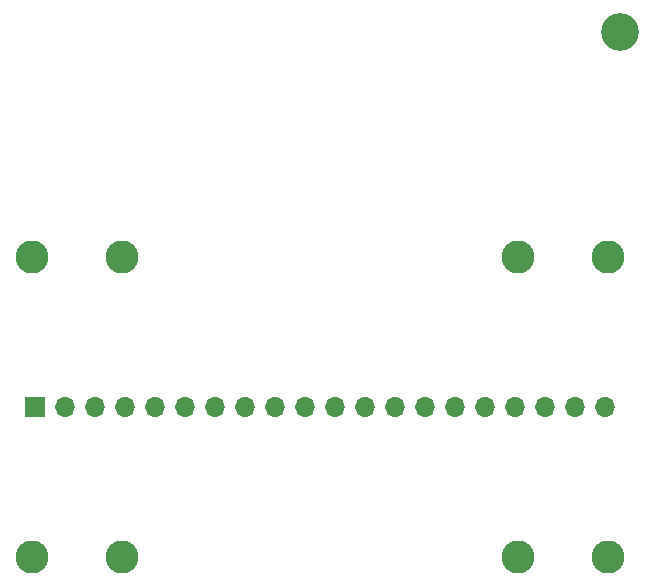
<source format=gbr>
%TF.GenerationSoftware,KiCad,Pcbnew,6.0.11+dfsg-1*%
%TF.CreationDate,2023-02-21T17:46:24-06:00*%
%TF.ProjectId,base,62617365-2e6b-4696-9361-645f70636258,A*%
%TF.SameCoordinates,Original*%
%TF.FileFunction,Soldermask,Top*%
%TF.FilePolarity,Negative*%
%FSLAX46Y46*%
G04 Gerber Fmt 4.6, Leading zero omitted, Abs format (unit mm)*
G04 Created by KiCad (PCBNEW 6.0.11+dfsg-1) date 2023-02-21 17:46:24*
%MOMM*%
%LPD*%
G01*
G04 APERTURE LIST*
%ADD10C,2.794000*%
%ADD11R,1.700000X1.700000*%
%ADD12O,1.700000X1.700000*%
%ADD13C,3.200000*%
G04 APERTURE END LIST*
D10*
%TO.C,BT2*%
X151384000Y-88900000D03*
X143764000Y-88900000D03*
X110236000Y-88900000D03*
X102616000Y-88900000D03*
%TD*%
%TO.C,BT1*%
X102616000Y-114300000D03*
X110236000Y-114300000D03*
X143764000Y-114300000D03*
X151384000Y-114300000D03*
%TD*%
D11*
%TO.C,J1*%
X102900000Y-101575000D03*
D12*
X105440000Y-101575000D03*
X107980000Y-101575000D03*
X110520000Y-101575000D03*
X113060000Y-101575000D03*
X115600000Y-101575000D03*
X118140000Y-101575000D03*
X120680000Y-101575000D03*
X123220000Y-101575000D03*
X125760000Y-101575000D03*
X128300000Y-101575000D03*
X130840000Y-101575000D03*
X133380000Y-101575000D03*
X135920000Y-101575000D03*
X138460000Y-101575000D03*
X141000000Y-101575000D03*
X143540000Y-101575000D03*
X146080000Y-101575000D03*
X148620000Y-101575000D03*
X151160000Y-101575000D03*
%TD*%
D13*
%TO.C,REF\u002A\u002A*%
X152400000Y-69850000D03*
%TD*%
M02*

</source>
